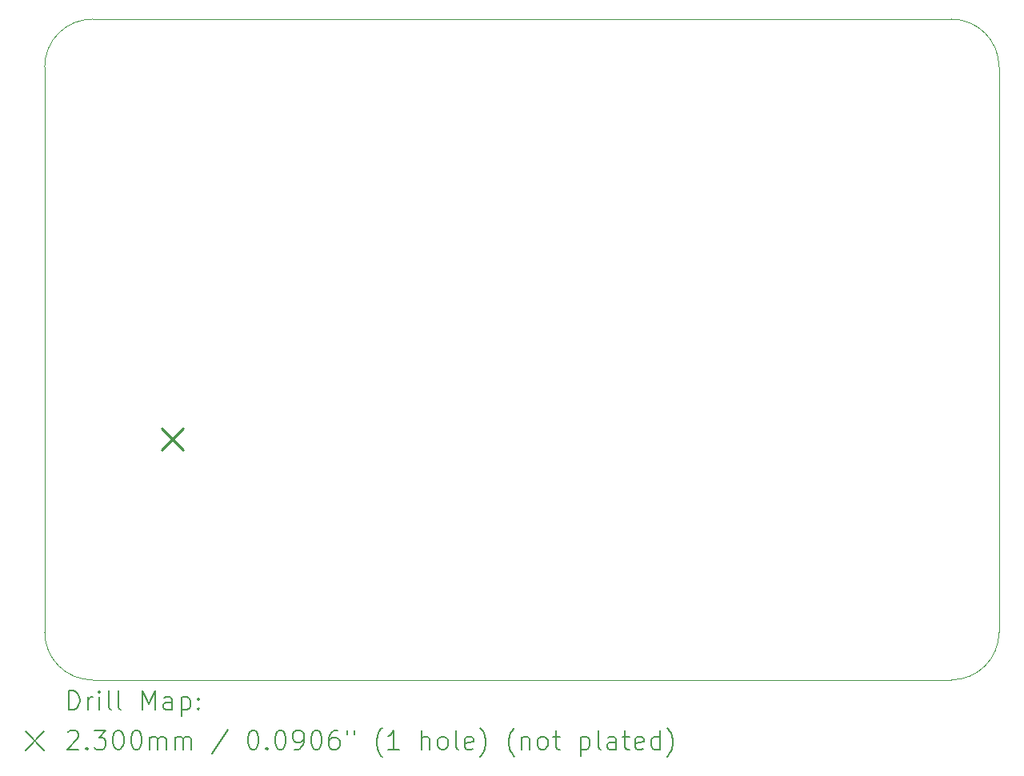
<source format=gbr>
%TF.GenerationSoftware,KiCad,Pcbnew,7.0.9*%
%TF.CreationDate,2024-06-06T01:46:17+04:00*%
%TF.ProjectId,57TimesAudioRE-AMP,35375469-6d65-4734-9175-64696f52452d,rev?*%
%TF.SameCoordinates,Original*%
%TF.FileFunction,Drillmap*%
%TF.FilePolarity,Positive*%
%FSLAX45Y45*%
G04 Gerber Fmt 4.5, Leading zero omitted, Abs format (unit mm)*
G04 Created by KiCad (PCBNEW 7.0.9) date 2024-06-06 01:46:17*
%MOMM*%
%LPD*%
G01*
G04 APERTURE LIST*
%ADD10C,0.100000*%
%ADD11C,0.200000*%
%ADD12C,0.230000*%
G04 APERTURE END LIST*
D10*
X4655000Y-2500000D02*
G75*
G03*
X4150000Y-3005000I0J-505000D01*
G01*
X14250000Y-8995000D02*
X14250000Y-3005000D01*
X13295000Y-2500000D02*
X4655000Y-2500000D01*
X4150000Y-8995000D02*
G75*
G03*
X4655000Y-9500000I505000J0D01*
G01*
X14250000Y-3005000D02*
G75*
G03*
X13745000Y-2500000I-505000J0D01*
G01*
X13745000Y-2500000D02*
X13295000Y-2500000D01*
X13295000Y-9500000D02*
X4655000Y-9500000D01*
X13745000Y-9500000D02*
G75*
G03*
X14250000Y-8995000I0J505000D01*
G01*
X13745000Y-9500000D02*
X13295000Y-9500000D01*
X4150000Y-8995000D02*
X4150000Y-3005000D01*
D11*
D12*
X5385000Y-6835000D02*
X5615000Y-7065000D01*
X5615000Y-6835000D02*
X5385000Y-7065000D01*
D11*
X4405777Y-9816484D02*
X4405777Y-9616484D01*
X4405777Y-9616484D02*
X4453396Y-9616484D01*
X4453396Y-9616484D02*
X4481967Y-9626008D01*
X4481967Y-9626008D02*
X4501015Y-9645055D01*
X4501015Y-9645055D02*
X4510539Y-9664103D01*
X4510539Y-9664103D02*
X4520063Y-9702198D01*
X4520063Y-9702198D02*
X4520063Y-9730770D01*
X4520063Y-9730770D02*
X4510539Y-9768865D01*
X4510539Y-9768865D02*
X4501015Y-9787912D01*
X4501015Y-9787912D02*
X4481967Y-9806960D01*
X4481967Y-9806960D02*
X4453396Y-9816484D01*
X4453396Y-9816484D02*
X4405777Y-9816484D01*
X4605777Y-9816484D02*
X4605777Y-9683150D01*
X4605777Y-9721246D02*
X4615301Y-9702198D01*
X4615301Y-9702198D02*
X4624824Y-9692674D01*
X4624824Y-9692674D02*
X4643872Y-9683150D01*
X4643872Y-9683150D02*
X4662920Y-9683150D01*
X4729586Y-9816484D02*
X4729586Y-9683150D01*
X4729586Y-9616484D02*
X4720063Y-9626008D01*
X4720063Y-9626008D02*
X4729586Y-9635531D01*
X4729586Y-9635531D02*
X4739110Y-9626008D01*
X4739110Y-9626008D02*
X4729586Y-9616484D01*
X4729586Y-9616484D02*
X4729586Y-9635531D01*
X4853396Y-9816484D02*
X4834348Y-9806960D01*
X4834348Y-9806960D02*
X4824824Y-9787912D01*
X4824824Y-9787912D02*
X4824824Y-9616484D01*
X4958158Y-9816484D02*
X4939110Y-9806960D01*
X4939110Y-9806960D02*
X4929586Y-9787912D01*
X4929586Y-9787912D02*
X4929586Y-9616484D01*
X5186729Y-9816484D02*
X5186729Y-9616484D01*
X5186729Y-9616484D02*
X5253396Y-9759341D01*
X5253396Y-9759341D02*
X5320063Y-9616484D01*
X5320063Y-9616484D02*
X5320063Y-9816484D01*
X5501015Y-9816484D02*
X5501015Y-9711722D01*
X5501015Y-9711722D02*
X5491491Y-9692674D01*
X5491491Y-9692674D02*
X5472444Y-9683150D01*
X5472444Y-9683150D02*
X5434348Y-9683150D01*
X5434348Y-9683150D02*
X5415301Y-9692674D01*
X5501015Y-9806960D02*
X5481967Y-9816484D01*
X5481967Y-9816484D02*
X5434348Y-9816484D01*
X5434348Y-9816484D02*
X5415301Y-9806960D01*
X5415301Y-9806960D02*
X5405777Y-9787912D01*
X5405777Y-9787912D02*
X5405777Y-9768865D01*
X5405777Y-9768865D02*
X5415301Y-9749817D01*
X5415301Y-9749817D02*
X5434348Y-9740293D01*
X5434348Y-9740293D02*
X5481967Y-9740293D01*
X5481967Y-9740293D02*
X5501015Y-9730770D01*
X5596253Y-9683150D02*
X5596253Y-9883150D01*
X5596253Y-9692674D02*
X5615301Y-9683150D01*
X5615301Y-9683150D02*
X5653396Y-9683150D01*
X5653396Y-9683150D02*
X5672443Y-9692674D01*
X5672443Y-9692674D02*
X5681967Y-9702198D01*
X5681967Y-9702198D02*
X5691491Y-9721246D01*
X5691491Y-9721246D02*
X5691491Y-9778389D01*
X5691491Y-9778389D02*
X5681967Y-9797436D01*
X5681967Y-9797436D02*
X5672443Y-9806960D01*
X5672443Y-9806960D02*
X5653396Y-9816484D01*
X5653396Y-9816484D02*
X5615301Y-9816484D01*
X5615301Y-9816484D02*
X5596253Y-9806960D01*
X5777205Y-9797436D02*
X5786729Y-9806960D01*
X5786729Y-9806960D02*
X5777205Y-9816484D01*
X5777205Y-9816484D02*
X5767682Y-9806960D01*
X5767682Y-9806960D02*
X5777205Y-9797436D01*
X5777205Y-9797436D02*
X5777205Y-9816484D01*
X5777205Y-9692674D02*
X5786729Y-9702198D01*
X5786729Y-9702198D02*
X5777205Y-9711722D01*
X5777205Y-9711722D02*
X5767682Y-9702198D01*
X5767682Y-9702198D02*
X5777205Y-9692674D01*
X5777205Y-9692674D02*
X5777205Y-9711722D01*
X3945000Y-10045000D02*
X4145000Y-10245000D01*
X4145000Y-10045000D02*
X3945000Y-10245000D01*
X4396253Y-10055531D02*
X4405777Y-10046008D01*
X4405777Y-10046008D02*
X4424824Y-10036484D01*
X4424824Y-10036484D02*
X4472444Y-10036484D01*
X4472444Y-10036484D02*
X4491491Y-10046008D01*
X4491491Y-10046008D02*
X4501015Y-10055531D01*
X4501015Y-10055531D02*
X4510539Y-10074579D01*
X4510539Y-10074579D02*
X4510539Y-10093627D01*
X4510539Y-10093627D02*
X4501015Y-10122198D01*
X4501015Y-10122198D02*
X4386729Y-10236484D01*
X4386729Y-10236484D02*
X4510539Y-10236484D01*
X4596253Y-10217436D02*
X4605777Y-10226960D01*
X4605777Y-10226960D02*
X4596253Y-10236484D01*
X4596253Y-10236484D02*
X4586729Y-10226960D01*
X4586729Y-10226960D02*
X4596253Y-10217436D01*
X4596253Y-10217436D02*
X4596253Y-10236484D01*
X4672444Y-10036484D02*
X4796253Y-10036484D01*
X4796253Y-10036484D02*
X4729586Y-10112674D01*
X4729586Y-10112674D02*
X4758158Y-10112674D01*
X4758158Y-10112674D02*
X4777205Y-10122198D01*
X4777205Y-10122198D02*
X4786729Y-10131722D01*
X4786729Y-10131722D02*
X4796253Y-10150770D01*
X4796253Y-10150770D02*
X4796253Y-10198389D01*
X4796253Y-10198389D02*
X4786729Y-10217436D01*
X4786729Y-10217436D02*
X4777205Y-10226960D01*
X4777205Y-10226960D02*
X4758158Y-10236484D01*
X4758158Y-10236484D02*
X4701015Y-10236484D01*
X4701015Y-10236484D02*
X4681967Y-10226960D01*
X4681967Y-10226960D02*
X4672444Y-10217436D01*
X4920063Y-10036484D02*
X4939110Y-10036484D01*
X4939110Y-10036484D02*
X4958158Y-10046008D01*
X4958158Y-10046008D02*
X4967682Y-10055531D01*
X4967682Y-10055531D02*
X4977205Y-10074579D01*
X4977205Y-10074579D02*
X4986729Y-10112674D01*
X4986729Y-10112674D02*
X4986729Y-10160293D01*
X4986729Y-10160293D02*
X4977205Y-10198389D01*
X4977205Y-10198389D02*
X4967682Y-10217436D01*
X4967682Y-10217436D02*
X4958158Y-10226960D01*
X4958158Y-10226960D02*
X4939110Y-10236484D01*
X4939110Y-10236484D02*
X4920063Y-10236484D01*
X4920063Y-10236484D02*
X4901015Y-10226960D01*
X4901015Y-10226960D02*
X4891491Y-10217436D01*
X4891491Y-10217436D02*
X4881967Y-10198389D01*
X4881967Y-10198389D02*
X4872444Y-10160293D01*
X4872444Y-10160293D02*
X4872444Y-10112674D01*
X4872444Y-10112674D02*
X4881967Y-10074579D01*
X4881967Y-10074579D02*
X4891491Y-10055531D01*
X4891491Y-10055531D02*
X4901015Y-10046008D01*
X4901015Y-10046008D02*
X4920063Y-10036484D01*
X5110539Y-10036484D02*
X5129586Y-10036484D01*
X5129586Y-10036484D02*
X5148634Y-10046008D01*
X5148634Y-10046008D02*
X5158158Y-10055531D01*
X5158158Y-10055531D02*
X5167682Y-10074579D01*
X5167682Y-10074579D02*
X5177205Y-10112674D01*
X5177205Y-10112674D02*
X5177205Y-10160293D01*
X5177205Y-10160293D02*
X5167682Y-10198389D01*
X5167682Y-10198389D02*
X5158158Y-10217436D01*
X5158158Y-10217436D02*
X5148634Y-10226960D01*
X5148634Y-10226960D02*
X5129586Y-10236484D01*
X5129586Y-10236484D02*
X5110539Y-10236484D01*
X5110539Y-10236484D02*
X5091491Y-10226960D01*
X5091491Y-10226960D02*
X5081967Y-10217436D01*
X5081967Y-10217436D02*
X5072444Y-10198389D01*
X5072444Y-10198389D02*
X5062920Y-10160293D01*
X5062920Y-10160293D02*
X5062920Y-10112674D01*
X5062920Y-10112674D02*
X5072444Y-10074579D01*
X5072444Y-10074579D02*
X5081967Y-10055531D01*
X5081967Y-10055531D02*
X5091491Y-10046008D01*
X5091491Y-10046008D02*
X5110539Y-10036484D01*
X5262920Y-10236484D02*
X5262920Y-10103150D01*
X5262920Y-10122198D02*
X5272444Y-10112674D01*
X5272444Y-10112674D02*
X5291491Y-10103150D01*
X5291491Y-10103150D02*
X5320063Y-10103150D01*
X5320063Y-10103150D02*
X5339110Y-10112674D01*
X5339110Y-10112674D02*
X5348634Y-10131722D01*
X5348634Y-10131722D02*
X5348634Y-10236484D01*
X5348634Y-10131722D02*
X5358158Y-10112674D01*
X5358158Y-10112674D02*
X5377205Y-10103150D01*
X5377205Y-10103150D02*
X5405777Y-10103150D01*
X5405777Y-10103150D02*
X5424825Y-10112674D01*
X5424825Y-10112674D02*
X5434348Y-10131722D01*
X5434348Y-10131722D02*
X5434348Y-10236484D01*
X5529586Y-10236484D02*
X5529586Y-10103150D01*
X5529586Y-10122198D02*
X5539110Y-10112674D01*
X5539110Y-10112674D02*
X5558158Y-10103150D01*
X5558158Y-10103150D02*
X5586729Y-10103150D01*
X5586729Y-10103150D02*
X5605777Y-10112674D01*
X5605777Y-10112674D02*
X5615301Y-10131722D01*
X5615301Y-10131722D02*
X5615301Y-10236484D01*
X5615301Y-10131722D02*
X5624824Y-10112674D01*
X5624824Y-10112674D02*
X5643872Y-10103150D01*
X5643872Y-10103150D02*
X5672443Y-10103150D01*
X5672443Y-10103150D02*
X5691491Y-10112674D01*
X5691491Y-10112674D02*
X5701015Y-10131722D01*
X5701015Y-10131722D02*
X5701015Y-10236484D01*
X6091491Y-10026960D02*
X5920063Y-10284103D01*
X6348634Y-10036484D02*
X6367682Y-10036484D01*
X6367682Y-10036484D02*
X6386729Y-10046008D01*
X6386729Y-10046008D02*
X6396253Y-10055531D01*
X6396253Y-10055531D02*
X6405777Y-10074579D01*
X6405777Y-10074579D02*
X6415301Y-10112674D01*
X6415301Y-10112674D02*
X6415301Y-10160293D01*
X6415301Y-10160293D02*
X6405777Y-10198389D01*
X6405777Y-10198389D02*
X6396253Y-10217436D01*
X6396253Y-10217436D02*
X6386729Y-10226960D01*
X6386729Y-10226960D02*
X6367682Y-10236484D01*
X6367682Y-10236484D02*
X6348634Y-10236484D01*
X6348634Y-10236484D02*
X6329586Y-10226960D01*
X6329586Y-10226960D02*
X6320063Y-10217436D01*
X6320063Y-10217436D02*
X6310539Y-10198389D01*
X6310539Y-10198389D02*
X6301015Y-10160293D01*
X6301015Y-10160293D02*
X6301015Y-10112674D01*
X6301015Y-10112674D02*
X6310539Y-10074579D01*
X6310539Y-10074579D02*
X6320063Y-10055531D01*
X6320063Y-10055531D02*
X6329586Y-10046008D01*
X6329586Y-10046008D02*
X6348634Y-10036484D01*
X6501015Y-10217436D02*
X6510539Y-10226960D01*
X6510539Y-10226960D02*
X6501015Y-10236484D01*
X6501015Y-10236484D02*
X6491491Y-10226960D01*
X6491491Y-10226960D02*
X6501015Y-10217436D01*
X6501015Y-10217436D02*
X6501015Y-10236484D01*
X6634348Y-10036484D02*
X6653396Y-10036484D01*
X6653396Y-10036484D02*
X6672444Y-10046008D01*
X6672444Y-10046008D02*
X6681967Y-10055531D01*
X6681967Y-10055531D02*
X6691491Y-10074579D01*
X6691491Y-10074579D02*
X6701015Y-10112674D01*
X6701015Y-10112674D02*
X6701015Y-10160293D01*
X6701015Y-10160293D02*
X6691491Y-10198389D01*
X6691491Y-10198389D02*
X6681967Y-10217436D01*
X6681967Y-10217436D02*
X6672444Y-10226960D01*
X6672444Y-10226960D02*
X6653396Y-10236484D01*
X6653396Y-10236484D02*
X6634348Y-10236484D01*
X6634348Y-10236484D02*
X6615301Y-10226960D01*
X6615301Y-10226960D02*
X6605777Y-10217436D01*
X6605777Y-10217436D02*
X6596253Y-10198389D01*
X6596253Y-10198389D02*
X6586729Y-10160293D01*
X6586729Y-10160293D02*
X6586729Y-10112674D01*
X6586729Y-10112674D02*
X6596253Y-10074579D01*
X6596253Y-10074579D02*
X6605777Y-10055531D01*
X6605777Y-10055531D02*
X6615301Y-10046008D01*
X6615301Y-10046008D02*
X6634348Y-10036484D01*
X6796253Y-10236484D02*
X6834348Y-10236484D01*
X6834348Y-10236484D02*
X6853396Y-10226960D01*
X6853396Y-10226960D02*
X6862920Y-10217436D01*
X6862920Y-10217436D02*
X6881967Y-10188865D01*
X6881967Y-10188865D02*
X6891491Y-10150770D01*
X6891491Y-10150770D02*
X6891491Y-10074579D01*
X6891491Y-10074579D02*
X6881967Y-10055531D01*
X6881967Y-10055531D02*
X6872444Y-10046008D01*
X6872444Y-10046008D02*
X6853396Y-10036484D01*
X6853396Y-10036484D02*
X6815301Y-10036484D01*
X6815301Y-10036484D02*
X6796253Y-10046008D01*
X6796253Y-10046008D02*
X6786729Y-10055531D01*
X6786729Y-10055531D02*
X6777206Y-10074579D01*
X6777206Y-10074579D02*
X6777206Y-10122198D01*
X6777206Y-10122198D02*
X6786729Y-10141246D01*
X6786729Y-10141246D02*
X6796253Y-10150770D01*
X6796253Y-10150770D02*
X6815301Y-10160293D01*
X6815301Y-10160293D02*
X6853396Y-10160293D01*
X6853396Y-10160293D02*
X6872444Y-10150770D01*
X6872444Y-10150770D02*
X6881967Y-10141246D01*
X6881967Y-10141246D02*
X6891491Y-10122198D01*
X7015301Y-10036484D02*
X7034348Y-10036484D01*
X7034348Y-10036484D02*
X7053396Y-10046008D01*
X7053396Y-10046008D02*
X7062920Y-10055531D01*
X7062920Y-10055531D02*
X7072444Y-10074579D01*
X7072444Y-10074579D02*
X7081967Y-10112674D01*
X7081967Y-10112674D02*
X7081967Y-10160293D01*
X7081967Y-10160293D02*
X7072444Y-10198389D01*
X7072444Y-10198389D02*
X7062920Y-10217436D01*
X7062920Y-10217436D02*
X7053396Y-10226960D01*
X7053396Y-10226960D02*
X7034348Y-10236484D01*
X7034348Y-10236484D02*
X7015301Y-10236484D01*
X7015301Y-10236484D02*
X6996253Y-10226960D01*
X6996253Y-10226960D02*
X6986729Y-10217436D01*
X6986729Y-10217436D02*
X6977206Y-10198389D01*
X6977206Y-10198389D02*
X6967682Y-10160293D01*
X6967682Y-10160293D02*
X6967682Y-10112674D01*
X6967682Y-10112674D02*
X6977206Y-10074579D01*
X6977206Y-10074579D02*
X6986729Y-10055531D01*
X6986729Y-10055531D02*
X6996253Y-10046008D01*
X6996253Y-10046008D02*
X7015301Y-10036484D01*
X7253396Y-10036484D02*
X7215301Y-10036484D01*
X7215301Y-10036484D02*
X7196253Y-10046008D01*
X7196253Y-10046008D02*
X7186729Y-10055531D01*
X7186729Y-10055531D02*
X7167682Y-10084103D01*
X7167682Y-10084103D02*
X7158158Y-10122198D01*
X7158158Y-10122198D02*
X7158158Y-10198389D01*
X7158158Y-10198389D02*
X7167682Y-10217436D01*
X7167682Y-10217436D02*
X7177206Y-10226960D01*
X7177206Y-10226960D02*
X7196253Y-10236484D01*
X7196253Y-10236484D02*
X7234348Y-10236484D01*
X7234348Y-10236484D02*
X7253396Y-10226960D01*
X7253396Y-10226960D02*
X7262920Y-10217436D01*
X7262920Y-10217436D02*
X7272444Y-10198389D01*
X7272444Y-10198389D02*
X7272444Y-10150770D01*
X7272444Y-10150770D02*
X7262920Y-10131722D01*
X7262920Y-10131722D02*
X7253396Y-10122198D01*
X7253396Y-10122198D02*
X7234348Y-10112674D01*
X7234348Y-10112674D02*
X7196253Y-10112674D01*
X7196253Y-10112674D02*
X7177206Y-10122198D01*
X7177206Y-10122198D02*
X7167682Y-10131722D01*
X7167682Y-10131722D02*
X7158158Y-10150770D01*
X7348634Y-10036484D02*
X7348634Y-10074579D01*
X7424825Y-10036484D02*
X7424825Y-10074579D01*
X7720063Y-10312674D02*
X7710539Y-10303150D01*
X7710539Y-10303150D02*
X7691491Y-10274579D01*
X7691491Y-10274579D02*
X7681968Y-10255531D01*
X7681968Y-10255531D02*
X7672444Y-10226960D01*
X7672444Y-10226960D02*
X7662920Y-10179341D01*
X7662920Y-10179341D02*
X7662920Y-10141246D01*
X7662920Y-10141246D02*
X7672444Y-10093627D01*
X7672444Y-10093627D02*
X7681968Y-10065055D01*
X7681968Y-10065055D02*
X7691491Y-10046008D01*
X7691491Y-10046008D02*
X7710539Y-10017436D01*
X7710539Y-10017436D02*
X7720063Y-10007912D01*
X7901015Y-10236484D02*
X7786729Y-10236484D01*
X7843872Y-10236484D02*
X7843872Y-10036484D01*
X7843872Y-10036484D02*
X7824825Y-10065055D01*
X7824825Y-10065055D02*
X7805777Y-10084103D01*
X7805777Y-10084103D02*
X7786729Y-10093627D01*
X8139110Y-10236484D02*
X8139110Y-10036484D01*
X8224825Y-10236484D02*
X8224825Y-10131722D01*
X8224825Y-10131722D02*
X8215301Y-10112674D01*
X8215301Y-10112674D02*
X8196253Y-10103150D01*
X8196253Y-10103150D02*
X8167682Y-10103150D01*
X8167682Y-10103150D02*
X8148634Y-10112674D01*
X8148634Y-10112674D02*
X8139110Y-10122198D01*
X8348634Y-10236484D02*
X8329587Y-10226960D01*
X8329587Y-10226960D02*
X8320063Y-10217436D01*
X8320063Y-10217436D02*
X8310539Y-10198389D01*
X8310539Y-10198389D02*
X8310539Y-10141246D01*
X8310539Y-10141246D02*
X8320063Y-10122198D01*
X8320063Y-10122198D02*
X8329587Y-10112674D01*
X8329587Y-10112674D02*
X8348634Y-10103150D01*
X8348634Y-10103150D02*
X8377206Y-10103150D01*
X8377206Y-10103150D02*
X8396253Y-10112674D01*
X8396253Y-10112674D02*
X8405777Y-10122198D01*
X8405777Y-10122198D02*
X8415301Y-10141246D01*
X8415301Y-10141246D02*
X8415301Y-10198389D01*
X8415301Y-10198389D02*
X8405777Y-10217436D01*
X8405777Y-10217436D02*
X8396253Y-10226960D01*
X8396253Y-10226960D02*
X8377206Y-10236484D01*
X8377206Y-10236484D02*
X8348634Y-10236484D01*
X8529587Y-10236484D02*
X8510539Y-10226960D01*
X8510539Y-10226960D02*
X8501015Y-10207912D01*
X8501015Y-10207912D02*
X8501015Y-10036484D01*
X8681968Y-10226960D02*
X8662920Y-10236484D01*
X8662920Y-10236484D02*
X8624825Y-10236484D01*
X8624825Y-10236484D02*
X8605777Y-10226960D01*
X8605777Y-10226960D02*
X8596253Y-10207912D01*
X8596253Y-10207912D02*
X8596253Y-10131722D01*
X8596253Y-10131722D02*
X8605777Y-10112674D01*
X8605777Y-10112674D02*
X8624825Y-10103150D01*
X8624825Y-10103150D02*
X8662920Y-10103150D01*
X8662920Y-10103150D02*
X8681968Y-10112674D01*
X8681968Y-10112674D02*
X8691492Y-10131722D01*
X8691492Y-10131722D02*
X8691492Y-10150770D01*
X8691492Y-10150770D02*
X8596253Y-10169817D01*
X8758158Y-10312674D02*
X8767682Y-10303150D01*
X8767682Y-10303150D02*
X8786730Y-10274579D01*
X8786730Y-10274579D02*
X8796253Y-10255531D01*
X8796253Y-10255531D02*
X8805777Y-10226960D01*
X8805777Y-10226960D02*
X8815301Y-10179341D01*
X8815301Y-10179341D02*
X8815301Y-10141246D01*
X8815301Y-10141246D02*
X8805777Y-10093627D01*
X8805777Y-10093627D02*
X8796253Y-10065055D01*
X8796253Y-10065055D02*
X8786730Y-10046008D01*
X8786730Y-10046008D02*
X8767682Y-10017436D01*
X8767682Y-10017436D02*
X8758158Y-10007912D01*
X9120063Y-10312674D02*
X9110539Y-10303150D01*
X9110539Y-10303150D02*
X9091492Y-10274579D01*
X9091492Y-10274579D02*
X9081968Y-10255531D01*
X9081968Y-10255531D02*
X9072444Y-10226960D01*
X9072444Y-10226960D02*
X9062920Y-10179341D01*
X9062920Y-10179341D02*
X9062920Y-10141246D01*
X9062920Y-10141246D02*
X9072444Y-10093627D01*
X9072444Y-10093627D02*
X9081968Y-10065055D01*
X9081968Y-10065055D02*
X9091492Y-10046008D01*
X9091492Y-10046008D02*
X9110539Y-10017436D01*
X9110539Y-10017436D02*
X9120063Y-10007912D01*
X9196253Y-10103150D02*
X9196253Y-10236484D01*
X9196253Y-10122198D02*
X9205777Y-10112674D01*
X9205777Y-10112674D02*
X9224825Y-10103150D01*
X9224825Y-10103150D02*
X9253396Y-10103150D01*
X9253396Y-10103150D02*
X9272444Y-10112674D01*
X9272444Y-10112674D02*
X9281968Y-10131722D01*
X9281968Y-10131722D02*
X9281968Y-10236484D01*
X9405777Y-10236484D02*
X9386730Y-10226960D01*
X9386730Y-10226960D02*
X9377206Y-10217436D01*
X9377206Y-10217436D02*
X9367682Y-10198389D01*
X9367682Y-10198389D02*
X9367682Y-10141246D01*
X9367682Y-10141246D02*
X9377206Y-10122198D01*
X9377206Y-10122198D02*
X9386730Y-10112674D01*
X9386730Y-10112674D02*
X9405777Y-10103150D01*
X9405777Y-10103150D02*
X9434349Y-10103150D01*
X9434349Y-10103150D02*
X9453396Y-10112674D01*
X9453396Y-10112674D02*
X9462920Y-10122198D01*
X9462920Y-10122198D02*
X9472444Y-10141246D01*
X9472444Y-10141246D02*
X9472444Y-10198389D01*
X9472444Y-10198389D02*
X9462920Y-10217436D01*
X9462920Y-10217436D02*
X9453396Y-10226960D01*
X9453396Y-10226960D02*
X9434349Y-10236484D01*
X9434349Y-10236484D02*
X9405777Y-10236484D01*
X9529587Y-10103150D02*
X9605777Y-10103150D01*
X9558158Y-10036484D02*
X9558158Y-10207912D01*
X9558158Y-10207912D02*
X9567682Y-10226960D01*
X9567682Y-10226960D02*
X9586730Y-10236484D01*
X9586730Y-10236484D02*
X9605777Y-10236484D01*
X9824825Y-10103150D02*
X9824825Y-10303150D01*
X9824825Y-10112674D02*
X9843873Y-10103150D01*
X9843873Y-10103150D02*
X9881968Y-10103150D01*
X9881968Y-10103150D02*
X9901015Y-10112674D01*
X9901015Y-10112674D02*
X9910539Y-10122198D01*
X9910539Y-10122198D02*
X9920063Y-10141246D01*
X9920063Y-10141246D02*
X9920063Y-10198389D01*
X9920063Y-10198389D02*
X9910539Y-10217436D01*
X9910539Y-10217436D02*
X9901015Y-10226960D01*
X9901015Y-10226960D02*
X9881968Y-10236484D01*
X9881968Y-10236484D02*
X9843873Y-10236484D01*
X9843873Y-10236484D02*
X9824825Y-10226960D01*
X10034349Y-10236484D02*
X10015301Y-10226960D01*
X10015301Y-10226960D02*
X10005777Y-10207912D01*
X10005777Y-10207912D02*
X10005777Y-10036484D01*
X10196254Y-10236484D02*
X10196254Y-10131722D01*
X10196254Y-10131722D02*
X10186730Y-10112674D01*
X10186730Y-10112674D02*
X10167682Y-10103150D01*
X10167682Y-10103150D02*
X10129587Y-10103150D01*
X10129587Y-10103150D02*
X10110539Y-10112674D01*
X10196254Y-10226960D02*
X10177206Y-10236484D01*
X10177206Y-10236484D02*
X10129587Y-10236484D01*
X10129587Y-10236484D02*
X10110539Y-10226960D01*
X10110539Y-10226960D02*
X10101015Y-10207912D01*
X10101015Y-10207912D02*
X10101015Y-10188865D01*
X10101015Y-10188865D02*
X10110539Y-10169817D01*
X10110539Y-10169817D02*
X10129587Y-10160293D01*
X10129587Y-10160293D02*
X10177206Y-10160293D01*
X10177206Y-10160293D02*
X10196254Y-10150770D01*
X10262920Y-10103150D02*
X10339111Y-10103150D01*
X10291492Y-10036484D02*
X10291492Y-10207912D01*
X10291492Y-10207912D02*
X10301015Y-10226960D01*
X10301015Y-10226960D02*
X10320063Y-10236484D01*
X10320063Y-10236484D02*
X10339111Y-10236484D01*
X10481968Y-10226960D02*
X10462920Y-10236484D01*
X10462920Y-10236484D02*
X10424825Y-10236484D01*
X10424825Y-10236484D02*
X10405777Y-10226960D01*
X10405777Y-10226960D02*
X10396254Y-10207912D01*
X10396254Y-10207912D02*
X10396254Y-10131722D01*
X10396254Y-10131722D02*
X10405777Y-10112674D01*
X10405777Y-10112674D02*
X10424825Y-10103150D01*
X10424825Y-10103150D02*
X10462920Y-10103150D01*
X10462920Y-10103150D02*
X10481968Y-10112674D01*
X10481968Y-10112674D02*
X10491492Y-10131722D01*
X10491492Y-10131722D02*
X10491492Y-10150770D01*
X10491492Y-10150770D02*
X10396254Y-10169817D01*
X10662920Y-10236484D02*
X10662920Y-10036484D01*
X10662920Y-10226960D02*
X10643873Y-10236484D01*
X10643873Y-10236484D02*
X10605777Y-10236484D01*
X10605777Y-10236484D02*
X10586730Y-10226960D01*
X10586730Y-10226960D02*
X10577206Y-10217436D01*
X10577206Y-10217436D02*
X10567682Y-10198389D01*
X10567682Y-10198389D02*
X10567682Y-10141246D01*
X10567682Y-10141246D02*
X10577206Y-10122198D01*
X10577206Y-10122198D02*
X10586730Y-10112674D01*
X10586730Y-10112674D02*
X10605777Y-10103150D01*
X10605777Y-10103150D02*
X10643873Y-10103150D01*
X10643873Y-10103150D02*
X10662920Y-10112674D01*
X10739111Y-10312674D02*
X10748635Y-10303150D01*
X10748635Y-10303150D02*
X10767682Y-10274579D01*
X10767682Y-10274579D02*
X10777206Y-10255531D01*
X10777206Y-10255531D02*
X10786730Y-10226960D01*
X10786730Y-10226960D02*
X10796254Y-10179341D01*
X10796254Y-10179341D02*
X10796254Y-10141246D01*
X10796254Y-10141246D02*
X10786730Y-10093627D01*
X10786730Y-10093627D02*
X10777206Y-10065055D01*
X10777206Y-10065055D02*
X10767682Y-10046008D01*
X10767682Y-10046008D02*
X10748635Y-10017436D01*
X10748635Y-10017436D02*
X10739111Y-10007912D01*
M02*

</source>
